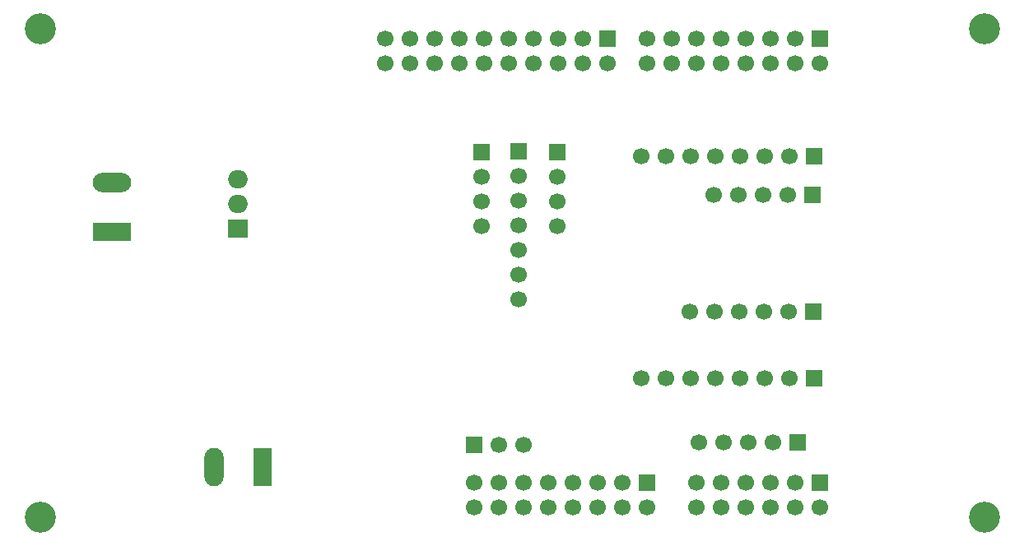
<source format=gbr>
%TF.GenerationSoftware,KiCad,Pcbnew,9.0.1*%
%TF.CreationDate,2025-05-05T17:36:54+02:00*%
%TF.ProjectId,Geocachingbox,47656f63-6163-4686-996e-67626f782e6b,rev?*%
%TF.SameCoordinates,Original*%
%TF.FileFunction,Soldermask,Bot*%
%TF.FilePolarity,Negative*%
%FSLAX46Y46*%
G04 Gerber Fmt 4.6, Leading zero omitted, Abs format (unit mm)*
G04 Created by KiCad (PCBNEW 9.0.1) date 2025-05-05 17:36:54*
%MOMM*%
%LPD*%
G01*
G04 APERTURE LIST*
%ADD10R,1.700000X1.700000*%
%ADD11C,1.700000*%
%ADD12R,1.980000X3.960000*%
%ADD13O,1.980000X3.960000*%
%ADD14C,3.200000*%
%ADD15R,3.960000X1.980000*%
%ADD16O,3.960000X1.980000*%
%ADD17R,2.000000X1.905000*%
%ADD18O,2.000000X1.905000*%
G04 APERTURE END LIST*
D10*
%TO.C,J9*%
X134260000Y-110000000D03*
D11*
X136800000Y-110000000D03*
X139340000Y-110000000D03*
%TD*%
D12*
%TO.C,3BAT1*%
X112500000Y-112235000D03*
D13*
X107500000Y-112235000D03*
%TD*%
D10*
%TO.C,J3*%
X169800000Y-113890000D03*
D11*
X169800000Y-116430000D03*
X167260000Y-113890000D03*
X167260000Y-116430000D03*
X164720000Y-113890000D03*
X164720000Y-116430000D03*
X162180000Y-113890000D03*
X162180000Y-116430000D03*
X159640000Y-113890000D03*
X159640000Y-116430000D03*
X157100000Y-113890000D03*
X157100000Y-116430000D03*
%TD*%
D10*
%TO.C,J2*%
X147956000Y-68145000D03*
D11*
X147956000Y-70685000D03*
X145416000Y-68145000D03*
X145416000Y-70685000D03*
X142876000Y-68145000D03*
X142876000Y-70685000D03*
X140336000Y-68145000D03*
X140336000Y-70685000D03*
X137796000Y-68145000D03*
X137796000Y-70685000D03*
X135256000Y-68145000D03*
X135256000Y-70685000D03*
X132716000Y-68145000D03*
X132716000Y-70685000D03*
X130176000Y-68145000D03*
X130176000Y-70685000D03*
X127636000Y-68145000D03*
X127636000Y-70685000D03*
X125096000Y-68145000D03*
X125096000Y-70685000D03*
%TD*%
D14*
%TO.C,H2*%
X89568985Y-67129000D03*
%TD*%
D10*
%TO.C,J10*%
X142800000Y-79800000D03*
D11*
X142800000Y-82340000D03*
X142800000Y-84880000D03*
X142800000Y-87420000D03*
%TD*%
D10*
%TO.C,J7*%
X169120000Y-96235000D03*
D11*
X166580000Y-96235000D03*
X164040000Y-96235000D03*
X161500000Y-96235000D03*
X158960000Y-96235000D03*
X156420000Y-96235000D03*
%TD*%
D10*
%TO.C,J5*%
X169160000Y-103095000D03*
D11*
X166620000Y-103095000D03*
X164080000Y-103095000D03*
X161540000Y-103095000D03*
X159000000Y-103095000D03*
X156460000Y-103095000D03*
X153920000Y-103095000D03*
X151380000Y-103095000D03*
%TD*%
D15*
%TO.C,J8*%
X97000000Y-88000000D03*
D16*
X97000000Y-83000000D03*
%TD*%
D17*
%TO.C,Q1*%
X109945000Y-87740000D03*
D18*
X109945000Y-85200000D03*
X109945000Y-82660000D03*
%TD*%
D10*
%TO.C,J6*%
X169160000Y-80235000D03*
D11*
X166620000Y-80235000D03*
X164080000Y-80235000D03*
X161540000Y-80235000D03*
X159000000Y-80235000D03*
X156460000Y-80235000D03*
X153920000Y-80235000D03*
X151380000Y-80235000D03*
%TD*%
D10*
%TO.C,J13*%
X135000000Y-79800000D03*
D11*
X135000000Y-82340000D03*
X135000000Y-84880000D03*
X135000000Y-87420000D03*
%TD*%
D10*
%TO.C,J4*%
X152019000Y-113890000D03*
D11*
X152019000Y-116430000D03*
X149479000Y-113890000D03*
X149479000Y-116430000D03*
X146939000Y-113890000D03*
X146939000Y-116430000D03*
X144399000Y-113890000D03*
X144399000Y-116430000D03*
X141859000Y-113890000D03*
X141859000Y-116430000D03*
X139319000Y-113890000D03*
X139319000Y-116430000D03*
X136779000Y-113890000D03*
X136779000Y-116430000D03*
X134239000Y-113890000D03*
X134239000Y-116430000D03*
%TD*%
D14*
%TO.C,H1*%
X89568000Y-117446000D03*
%TD*%
D10*
%TO.C,J1*%
X169800000Y-68145000D03*
D11*
X169800000Y-70685000D03*
X167260000Y-68145000D03*
X167260000Y-70685000D03*
X164720000Y-68145000D03*
X164720000Y-70685000D03*
X162180000Y-68145000D03*
X162180000Y-70685000D03*
X159640000Y-68145000D03*
X159640000Y-70685000D03*
X157100000Y-68145000D03*
X157100000Y-70685000D03*
X154560000Y-68145000D03*
X154560000Y-70685000D03*
X152020000Y-68145000D03*
X152020000Y-70685000D03*
%TD*%
D10*
%TO.C,J11*%
X169040000Y-84235000D03*
D11*
X166500000Y-84235000D03*
X163960000Y-84235000D03*
X161420000Y-84235000D03*
X158880000Y-84235000D03*
%TD*%
D10*
%TO.C,J12*%
X167500000Y-109735000D03*
D11*
X164960000Y-109735000D03*
X162420000Y-109735000D03*
X159880000Y-109735000D03*
X157340000Y-109735000D03*
%TD*%
D14*
%TO.C,H4*%
X186690000Y-67129000D03*
%TD*%
%TO.C,H3*%
X186680000Y-117446000D03*
%TD*%
D10*
%TO.C,J14*%
X138800000Y-79760000D03*
D11*
X138800000Y-82300000D03*
X138800000Y-84840000D03*
X138800000Y-87380000D03*
X138800000Y-89920000D03*
X138800000Y-92460000D03*
X138800000Y-95000000D03*
%TD*%
M02*

</source>
